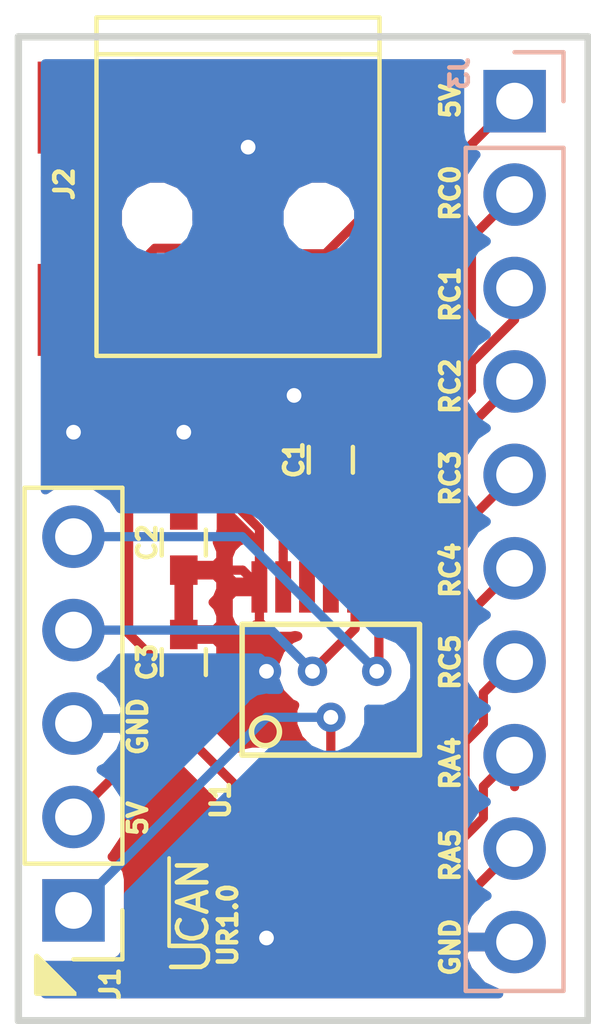
<source format=kicad_pcb>
(kicad_pcb (version 20171130) (host pcbnew "(5.0.0)")

  (general
    (thickness 1.6)
    (drawings 21)
    (tracks 129)
    (zones 0)
    (modules 7)
    (nets 15)
  )

  (page A4)
  (layers
    (0 F.Cu signal)
    (31 B.Cu signal)
    (32 B.Adhes user)
    (33 F.Adhes user)
    (34 B.Paste user)
    (35 F.Paste user)
    (36 B.SilkS user)
    (37 F.SilkS user)
    (38 B.Mask user)
    (39 F.Mask user)
    (40 Dwgs.User user)
    (41 Cmts.User user)
    (42 Eco1.User user)
    (43 Eco2.User user)
    (44 Edge.Cuts user)
    (45 Margin user)
    (46 B.CrtYd user hide)
    (47 F.CrtYd user)
    (48 B.Fab user hide)
    (49 F.Fab user hide)
  )

  (setup
    (last_trace_width 0.25)
    (trace_clearance 0.2)
    (zone_clearance 0.508)
    (zone_45_only no)
    (trace_min 0.2)
    (segment_width 0.12)
    (edge_width 0.15)
    (via_size 0.8)
    (via_drill 0.4)
    (via_min_size 0.4)
    (via_min_drill 0.3)
    (uvia_size 0.3)
    (uvia_drill 0.1)
    (uvias_allowed no)
    (uvia_min_size 0.2)
    (uvia_min_drill 0.1)
    (pcb_text_width 0.3)
    (pcb_text_size 1.5 1.5)
    (mod_edge_width 0.15)
    (mod_text_size 0.5 0.5)
    (mod_text_width 0.125)
    (pad_size 1.7 1.7)
    (pad_drill 1)
    (pad_to_mask_clearance 0.2)
    (aux_axis_origin 246.5 133.25)
    (visible_elements 7FFFFFFF)
    (pcbplotparams
      (layerselection 0x010fc_ffffffff)
      (usegerberextensions true)
      (usegerberattributes false)
      (usegerberadvancedattributes false)
      (creategerberjobfile false)
      (excludeedgelayer true)
      (linewidth 0.100000)
      (plotframeref false)
      (viasonmask false)
      (mode 1)
      (useauxorigin true)
      (hpglpennumber 1)
      (hpglpenspeed 20)
      (hpglpendiameter 15.000000)
      (psnegative false)
      (psa4output false)
      (plotreference true)
      (plotvalue true)
      (plotinvisibletext false)
      (padsonsilk false)
      (subtractmaskfromsilk false)
      (outputformat 1)
      (mirror false)
      (drillshape 0)
      (scaleselection 1)
      (outputdirectory "output/"))
  )

  (net 0 "")
  (net 1 "Net-(C1-Pad1)")
  (net 2 GND)
  (net 3 +5V)
  (net 4 ICSPCLK)
  (net 5 ICSPDAT)
  (net 6 VPP)
  (net 7 "Net-(J2-Pad3)")
  (net 8 "Net-(J2-Pad2)")
  (net 9 RA5)
  (net 10 RA4)
  (net 11 "Net-(J3-Pad6)")
  (net 12 "Net-(J3-Pad5)")
  (net 13 "Net-(J3-Pad7)")
  (net 14 "Net-(J3-Pad4)")

  (net_class Default "This is the default net class."
    (clearance 0.2)
    (trace_width 0.25)
    (via_dia 0.8)
    (via_drill 0.4)
    (uvia_dia 0.3)
    (uvia_drill 0.1)
    (add_net +5V)
    (add_net GND)
    (add_net ICSPCLK)
    (add_net ICSPDAT)
    (add_net "Net-(C1-Pad1)")
    (add_net "Net-(J2-Pad2)")
    (add_net "Net-(J2-Pad3)")
    (add_net "Net-(J3-Pad4)")
    (add_net "Net-(J3-Pad5)")
    (add_net "Net-(J3-Pad6)")
    (add_net "Net-(J3-Pad7)")
    (add_net RA4)
    (add_net RA5)
    (add_net VPP)
  )

  (module Pin_Headers:Pin_Header_Straight_1x10_Pitch2.54mm (layer B.Cu) (tedit 59650532) (tstamp 5BA0AC92)
    (at 260 135 180)
    (descr "Through hole straight pin header, 1x10, 2.54mm pitch, single row")
    (tags "Through hole pin header THT 1x10 2.54mm single row")
    (path /5BA0B28F)
    (fp_text reference J3 (at 1.5 0.75 270) (layer B.SilkS)
      (effects (font (size 0.5 0.5) (thickness 0.125)) (justify mirror))
    )
    (fp_text value Conn_01x10 (at 0 -25.19 180) (layer B.Fab)
      (effects (font (size 0.5 0.5) (thickness 0.125)) (justify mirror))
    )
    (fp_text user %R (at 0 -11.43 90) (layer B.Fab)
      (effects (font (size 0.5 0.5) (thickness 0.125)) (justify mirror))
    )
    (fp_line (start 1.8 1.8) (end -1.8 1.8) (layer B.CrtYd) (width 0.05))
    (fp_line (start 1.8 -24.65) (end 1.8 1.8) (layer B.CrtYd) (width 0.05))
    (fp_line (start -1.8 -24.65) (end 1.8 -24.65) (layer B.CrtYd) (width 0.05))
    (fp_line (start -1.8 1.8) (end -1.8 -24.65) (layer B.CrtYd) (width 0.05))
    (fp_line (start -1.33 1.33) (end 0 1.33) (layer B.SilkS) (width 0.12))
    (fp_line (start -1.33 0) (end -1.33 1.33) (layer B.SilkS) (width 0.12))
    (fp_line (start -1.33 -1.27) (end 1.33 -1.27) (layer B.SilkS) (width 0.12))
    (fp_line (start 1.33 -1.27) (end 1.33 -24.19) (layer B.SilkS) (width 0.12))
    (fp_line (start -1.33 -1.27) (end -1.33 -24.19) (layer B.SilkS) (width 0.12))
    (fp_line (start -1.33 -24.19) (end 1.33 -24.19) (layer B.SilkS) (width 0.12))
    (fp_line (start -1.27 0.635) (end -0.635 1.27) (layer B.Fab) (width 0.1))
    (fp_line (start -1.27 -24.13) (end -1.27 0.635) (layer B.Fab) (width 0.1))
    (fp_line (start 1.27 -24.13) (end -1.27 -24.13) (layer B.Fab) (width 0.1))
    (fp_line (start 1.27 1.27) (end 1.27 -24.13) (layer B.Fab) (width 0.1))
    (fp_line (start -0.635 1.27) (end 1.27 1.27) (layer B.Fab) (width 0.1))
    (pad 10 thru_hole oval (at 0 -22.86 180) (size 1.7 1.7) (drill 1) (layers *.Cu *.Mask)
      (net 2 GND))
    (pad 9 thru_hole oval (at 0 -20.32 180) (size 1.7 1.7) (drill 1) (layers *.Cu *.Mask)
      (net 9 RA5))
    (pad 8 thru_hole oval (at 0 -17.78 180) (size 1.7 1.7) (drill 1) (layers *.Cu *.Mask)
      (net 10 RA4))
    (pad 7 thru_hole oval (at 0 -15.24 180) (size 1.7 1.7) (drill 1) (layers *.Cu *.Mask)
      (net 13 "Net-(J3-Pad7)"))
    (pad 6 thru_hole oval (at 0 -12.7 180) (size 1.7 1.7) (drill 1) (layers *.Cu *.Mask)
      (net 11 "Net-(J3-Pad6)"))
    (pad 5 thru_hole oval (at 0 -10.16 180) (size 1.7 1.7) (drill 1) (layers *.Cu *.Mask)
      (net 12 "Net-(J3-Pad5)"))
    (pad 4 thru_hole oval (at 0 -7.62 180) (size 1.7 1.7) (drill 1) (layers *.Cu *.Mask)
      (net 14 "Net-(J3-Pad4)"))
    (pad 3 thru_hole oval (at 0 -5.08 180) (size 1.7 1.7) (drill 1) (layers *.Cu *.Mask)
      (net 4 ICSPCLK))
    (pad 2 thru_hole oval (at 0 -2.54 180) (size 1.7 1.7) (drill 1) (layers *.Cu *.Mask)
      (net 5 ICSPDAT))
    (pad 1 thru_hole rect (at 0 0 180) (size 1.7 1.7) (drill 1) (layers *.Cu *.Mask)
      (net 3 +5V))
    (model ${KISYS3DMOD}/Pin_Headers.3dshapes/Pin_Header_Straight_1x10_Pitch2.54mm.wrl
      (at (xyz 0 0 0))
      (scale (xyz 1 1 1))
      (rotate (xyz 0 0 0))
    )
  )

  (module Capacitors_SMD:C_0603 (layer F.Cu) (tedit 59958EE7) (tstamp 5BA0B280)
    (at 255 144.75 90)
    (descr "Capacitor SMD 0603, reflow soldering, AVX (see smccp.pdf)")
    (tags "capacitor 0603")
    (path /5BA0A21C)
    (attr smd)
    (fp_text reference C1 (at 0 -1 90) (layer F.SilkS)
      (effects (font (size 0.5 0.5) (thickness 0.125)))
    )
    (fp_text value 0,47u (at 0 1.5 90) (layer F.Fab)
      (effects (font (size 0.5 0.5) (thickness 0.125)))
    )
    (fp_text user %R (at 0 0 90) (layer F.Fab)
      (effects (font (size 0.5 0.5) (thickness 0.125)))
    )
    (fp_line (start -0.8 0.4) (end -0.8 -0.4) (layer F.Fab) (width 0.1))
    (fp_line (start 0.8 0.4) (end -0.8 0.4) (layer F.Fab) (width 0.1))
    (fp_line (start 0.8 -0.4) (end 0.8 0.4) (layer F.Fab) (width 0.1))
    (fp_line (start -0.8 -0.4) (end 0.8 -0.4) (layer F.Fab) (width 0.1))
    (fp_line (start -0.35 -0.6) (end 0.35 -0.6) (layer F.SilkS) (width 0.12))
    (fp_line (start 0.35 0.6) (end -0.35 0.6) (layer F.SilkS) (width 0.12))
    (fp_line (start -1.4 -0.65) (end 1.4 -0.65) (layer F.CrtYd) (width 0.05))
    (fp_line (start -1.4 -0.65) (end -1.4 0.65) (layer F.CrtYd) (width 0.05))
    (fp_line (start 1.4 0.65) (end 1.4 -0.65) (layer F.CrtYd) (width 0.05))
    (fp_line (start 1.4 0.65) (end -1.4 0.65) (layer F.CrtYd) (width 0.05))
    (pad 1 smd rect (at -0.75 0 90) (size 0.8 0.75) (layers F.Cu F.Paste F.Mask)
      (net 1 "Net-(C1-Pad1)"))
    (pad 2 smd rect (at 0.75 0 90) (size 0.8 0.75) (layers F.Cu F.Paste F.Mask)
      (net 2 GND))
    (model Capacitors_SMD.3dshapes/C_0603.wrl
      (at (xyz 0 0 0))
      (scale (xyz 1 1 1))
      (rotate (xyz 0 0 0))
    )
  )

  (module Capacitors_SMD:C_0603 (layer F.Cu) (tedit 59958EE7) (tstamp 5BA0B136)
    (at 251 147 270)
    (descr "Capacitor SMD 0603, reflow soldering, AVX (see smccp.pdf)")
    (tags "capacitor 0603")
    (path /5BA097D7)
    (attr smd)
    (fp_text reference C2 (at 0 1 270) (layer F.SilkS)
      (effects (font (size 0.5 0.5) (thickness 0.125)))
    )
    (fp_text value 1u (at 0 1.5 270) (layer F.Fab)
      (effects (font (size 0.5 0.5) (thickness 0.125)))
    )
    (fp_line (start 1.4 0.65) (end -1.4 0.65) (layer F.CrtYd) (width 0.05))
    (fp_line (start 1.4 0.65) (end 1.4 -0.65) (layer F.CrtYd) (width 0.05))
    (fp_line (start -1.4 -0.65) (end -1.4 0.65) (layer F.CrtYd) (width 0.05))
    (fp_line (start -1.4 -0.65) (end 1.4 -0.65) (layer F.CrtYd) (width 0.05))
    (fp_line (start 0.35 0.6) (end -0.35 0.6) (layer F.SilkS) (width 0.12))
    (fp_line (start -0.35 -0.6) (end 0.35 -0.6) (layer F.SilkS) (width 0.12))
    (fp_line (start -0.8 -0.4) (end 0.8 -0.4) (layer F.Fab) (width 0.1))
    (fp_line (start 0.8 -0.4) (end 0.8 0.4) (layer F.Fab) (width 0.1))
    (fp_line (start 0.8 0.4) (end -0.8 0.4) (layer F.Fab) (width 0.1))
    (fp_line (start -0.8 0.4) (end -0.8 -0.4) (layer F.Fab) (width 0.1))
    (fp_text user %R (at 0 0 270) (layer F.Fab)
      (effects (font (size 0.5 0.5) (thickness 0.125)))
    )
    (pad 2 smd rect (at 0.75 0 270) (size 0.8 0.75) (layers F.Cu F.Paste F.Mask)
      (net 2 GND))
    (pad 1 smd rect (at -0.75 0 270) (size 0.8 0.75) (layers F.Cu F.Paste F.Mask)
      (net 3 +5V))
    (model Capacitors_SMD.3dshapes/C_0603.wrl
      (at (xyz 0 0 0))
      (scale (xyz 1 1 1))
      (rotate (xyz 0 0 0))
    )
  )

  (module Capacitors_SMD:C_0603 (layer F.Cu) (tedit 59958EE7) (tstamp 5BA0B2B0)
    (at 251 150.25 90)
    (descr "Capacitor SMD 0603, reflow soldering, AVX (see smccp.pdf)")
    (tags "capacitor 0603")
    (path /5BA09675)
    (attr smd)
    (fp_text reference C3 (at 0 -1 90) (layer F.SilkS)
      (effects (font (size 0.5 0.5) (thickness 0.125)))
    )
    (fp_text value 100u (at 0 1.5 90) (layer F.Fab)
      (effects (font (size 0.5 0.5) (thickness 0.125)))
    )
    (fp_text user %R (at 0 0 90) (layer F.Fab)
      (effects (font (size 0.5 0.5) (thickness 0.125)))
    )
    (fp_line (start -0.8 0.4) (end -0.8 -0.4) (layer F.Fab) (width 0.1))
    (fp_line (start 0.8 0.4) (end -0.8 0.4) (layer F.Fab) (width 0.1))
    (fp_line (start 0.8 -0.4) (end 0.8 0.4) (layer F.Fab) (width 0.1))
    (fp_line (start -0.8 -0.4) (end 0.8 -0.4) (layer F.Fab) (width 0.1))
    (fp_line (start -0.35 -0.6) (end 0.35 -0.6) (layer F.SilkS) (width 0.12))
    (fp_line (start 0.35 0.6) (end -0.35 0.6) (layer F.SilkS) (width 0.12))
    (fp_line (start -1.4 -0.65) (end 1.4 -0.65) (layer F.CrtYd) (width 0.05))
    (fp_line (start -1.4 -0.65) (end -1.4 0.65) (layer F.CrtYd) (width 0.05))
    (fp_line (start 1.4 0.65) (end 1.4 -0.65) (layer F.CrtYd) (width 0.05))
    (fp_line (start 1.4 0.65) (end -1.4 0.65) (layer F.CrtYd) (width 0.05))
    (pad 1 smd rect (at -0.75 0 90) (size 0.8 0.75) (layers F.Cu F.Paste F.Mask)
      (net 3 +5V))
    (pad 2 smd rect (at 0.75 0 90) (size 0.8 0.75) (layers F.Cu F.Paste F.Mask)
      (net 2 GND))
    (model Capacitors_SMD.3dshapes/C_0603.wrl
      (at (xyz 0 0 0))
      (scale (xyz 1 1 1))
      (rotate (xyz 0 0 0))
    )
  )

  (module ucan_custom:prog_con (layer F.Cu) (tedit 5BA13F27) (tstamp 5BA0B207)
    (at 248 157 180)
    (descr "Through hole straight pin header, 1x05, 2.54mm pitch, single row")
    (tags "Through hole pin header THT 1x05 2.54mm single row")
    (path /5BA09DC9)
    (fp_text reference J1 (at -1 -2 270) (layer F.SilkS)
      (effects (font (size 0.5 0.5) (thickness 0.125)))
    )
    (fp_text value PROG (at 0 12.49 180) (layer F.Fab)
      (effects (font (size 0.5 0.5) (thickness 0.125)))
    )
    (fp_text user %R (at 0 5.08 270) (layer F.Fab)
      (effects (font (size 0.5 0.5) (thickness 0.125)))
    )
    (fp_line (start 1.8 -1.8) (end -1.8 -1.8) (layer F.CrtYd) (width 0.05))
    (fp_line (start 1.8 11.95) (end 1.8 -1.8) (layer F.CrtYd) (width 0.05))
    (fp_line (start -1.8 11.95) (end 1.8 11.95) (layer F.CrtYd) (width 0.05))
    (fp_line (start -1.8 -1.8) (end -1.8 11.95) (layer F.CrtYd) (width 0.05))
    (fp_line (start -1.33 -1.33) (end 0 -1.33) (layer F.SilkS) (width 0.12))
    (fp_line (start -1.33 0) (end -1.33 -1.33) (layer F.SilkS) (width 0.12))
    (fp_line (start -1.33 1.27) (end 1.33 1.27) (layer F.SilkS) (width 0.12))
    (fp_line (start 1.33 1.27) (end 1.33 11.49) (layer F.SilkS) (width 0.12))
    (fp_line (start -1.33 1.27) (end -1.33 11.49) (layer F.SilkS) (width 0.12))
    (fp_line (start -1.33 11.49) (end 1.33 11.49) (layer F.SilkS) (width 0.12))
    (fp_line (start -1.27 -0.635) (end -0.635 -1.27) (layer F.Fab) (width 0.1))
    (fp_line (start -1.27 11.43) (end -1.27 -0.635) (layer F.Fab) (width 0.1))
    (fp_line (start 1.27 11.43) (end -1.27 11.43) (layer F.Fab) (width 0.1))
    (fp_line (start 1.27 -1.27) (end 1.27 11.43) (layer F.Fab) (width 0.1))
    (fp_line (start -0.635 -1.27) (end 1.27 -1.27) (layer F.Fab) (width 0.1))
    (pad 5 thru_hole oval (at 0 10.16 180) (size 1.7 1.7) (drill 1) (layers *.Cu *.Mask)
      (net 4 ICSPCLK))
    (pad 4 thru_hole oval (at 0 7.62 180) (size 1.7 1.7) (drill 1) (layers *.Cu *.Mask)
      (net 5 ICSPDAT))
    (pad 3 thru_hole oval (at 0 5.08 180) (size 1.7 1.7) (drill 1) (layers *.Cu *.Mask)
      (net 2 GND))
    (pad 2 thru_hole oval (at 0 2.54 180) (size 1.7 1.7) (drill 1) (layers *.Cu *.Mask)
      (net 3 +5V))
    (pad 1 thru_hole rect (at 0 0 180) (size 1.7 1.7) (drill 1) (layers *.Cu *.Mask)
      (net 6 VPP))
  )

  (module Connectors:USB_Mini-B (layer F.Cu) (tedit 5543E571) (tstamp 5BA0A005)
    (at 252.475 137.975 270)
    (descr "USB Mini-B 5-pin SMD connector")
    (tags "USB USB_B USB_Mini connector")
    (path /5BA0992C)
    (attr smd)
    (fp_text reference J2 (at -0.725 4.725 90) (layer F.SilkS)
      (effects (font (size 0.5 0.5) (thickness 0.125)))
    )
    (fp_text value USB_A (at -0.65 -7.1 270) (layer F.Fab)
      (effects (font (size 0.5 0.5) (thickness 0.125)))
    )
    (fp_line (start 3.95 -3.85) (end -5.25 -3.85) (layer F.SilkS) (width 0.12))
    (fp_line (start 3.95 3.85) (end 3.95 -3.85) (layer F.SilkS) (width 0.12))
    (fp_line (start -5.25 3.85) (end 3.95 3.85) (layer F.SilkS) (width 0.12))
    (fp_line (start -5.25 -3.85) (end -5.25 3.85) (layer F.SilkS) (width 0.12))
    (fp_line (start -4.25 -3.85) (end -4.25 3.85) (layer F.SilkS) (width 0.12))
    (fp_line (start -5.5 5.7) (end -5.5 -5.7) (layer F.CrtYd) (width 0.05))
    (fp_line (start 4.2 5.7) (end -5.5 5.7) (layer F.CrtYd) (width 0.05))
    (fp_line (start 4.2 -5.7) (end 4.2 5.7) (layer F.CrtYd) (width 0.05))
    (fp_line (start -5.5 -5.7) (end 4.2 -5.7) (layer F.CrtYd) (width 0.05))
    (pad "" np_thru_hole circle (at 0.2 2.2 270) (size 0.9 0.9) (drill 0.9) (layers *.Cu *.Mask))
    (pad "" np_thru_hole circle (at 0.2 -2.2 270) (size 0.9 0.9) (drill 0.9) (layers *.Cu *.Mask))
    (pad 6 smd rect (at -2.8 4.45 270) (size 2.5 2) (layers F.Cu F.Paste F.Mask))
    (pad 6 smd rect (at 2.7 4.45 270) (size 2.5 2) (layers F.Cu F.Paste F.Mask))
    (pad 6 smd rect (at -2.8 -4.45 270) (size 2.5 2) (layers F.Cu F.Paste F.Mask))
    (pad 6 smd rect (at 2.7 -4.45 270) (size 2.5 2) (layers F.Cu F.Paste F.Mask))
    (pad 5 smd rect (at 2.8 1.6 270) (size 2.3 0.5) (layers F.Cu F.Paste F.Mask)
      (net 2 GND))
    (pad 4 smd rect (at 2.8 0.8 270) (size 2.3 0.5) (layers F.Cu F.Paste F.Mask)
      (net 2 GND))
    (pad 3 smd rect (at 2.8 0 270) (size 2.3 0.5) (layers F.Cu F.Paste F.Mask)
      (net 7 "Net-(J2-Pad3)"))
    (pad 2 smd rect (at 2.8 -0.8 270) (size 2.3 0.5) (layers F.Cu F.Paste F.Mask)
      (net 8 "Net-(J2-Pad2)"))
    (pad 1 smd rect (at 2.8 -1.6 270) (size 2.3 0.5) (layers F.Cu F.Paste F.Mask)
      (net 3 +5V))
  )

  (module SMD_Packages:SSOP-14 (layer F.Cu) (tedit 0) (tstamp 5BA0B1C3)
    (at 255 151)
    (path /5BA0930F)
    (attr smd)
    (fp_text reference U1 (at -3 3 90) (layer F.SilkS)
      (effects (font (size 0.5 0.5) (thickness 0.125)))
    )
    (fp_text value "PIC16(L)F1455-I_ST" (at 0 0.508) (layer F.Fab)
      (effects (font (size 0.5 0.5) (thickness 0.125)))
    )
    (fp_circle (center -1.778 1.143) (end -2.159 1.143) (layer F.SilkS) (width 0.15))
    (fp_line (start -2.413 1.778) (end -2.413 -1.778) (layer F.SilkS) (width 0.15))
    (fp_line (start 2.413 1.778) (end -2.413 1.778) (layer F.SilkS) (width 0.15))
    (fp_line (start 2.413 -1.778) (end 2.413 1.778) (layer F.SilkS) (width 0.15))
    (fp_line (start -2.413 -1.778) (end 2.413 -1.778) (layer F.SilkS) (width 0.15))
    (pad 14 smd rect (at -1.9431 -2.794) (size 0.4318 1.397) (layers F.Cu F.Paste F.Mask)
      (net 2 GND))
    (pad 13 smd rect (at -1.2954 -2.794) (size 0.4318 1.397) (layers F.Cu F.Paste F.Mask)
      (net 7 "Net-(J2-Pad3)"))
    (pad 12 smd rect (at -0.6477 -2.794) (size 0.4318 1.397) (layers F.Cu F.Paste F.Mask)
      (net 8 "Net-(J2-Pad2)"))
    (pad 11 smd rect (at 0 -2.794) (size 0.4318 1.397) (layers F.Cu F.Paste F.Mask)
      (net 1 "Net-(C1-Pad1)"))
    (pad 10 smd rect (at 0.6604 -2.794) (size 0.4318 1.397) (layers F.Cu F.Paste F.Mask)
      (net 5 ICSPDAT))
    (pad 9 smd rect (at 1.3081 -2.794) (size 0.4318 1.397) (layers F.Cu F.Paste F.Mask)
      (net 4 ICSPCLK))
    (pad 8 smd rect (at 1.9558 -2.794) (size 0.4318 1.397) (layers F.Cu F.Paste F.Mask)
      (net 14 "Net-(J3-Pad4)"))
    (pad 7 smd rect (at 1.9558 2.794) (size 0.4318 1.397) (layers F.Cu F.Paste F.Mask)
      (net 12 "Net-(J3-Pad5)"))
    (pad 6 smd rect (at 1.3081 2.794) (size 0.4318 1.397) (layers F.Cu F.Paste F.Mask)
      (net 11 "Net-(J3-Pad6)"))
    (pad 5 smd rect (at 0.6604 2.794) (size 0.4318 1.397) (layers F.Cu F.Paste F.Mask)
      (net 13 "Net-(J3-Pad7)"))
    (pad 4 smd rect (at 0 2.794) (size 0.4318 1.397) (layers F.Cu F.Paste F.Mask)
      (net 6 VPP))
    (pad 3 smd rect (at -0.635 2.794) (size 0.4318 1.397) (layers F.Cu F.Paste F.Mask)
      (net 10 RA4))
    (pad 2 smd rect (at -1.2954 2.794) (size 0.4318 1.397) (layers F.Cu F.Paste F.Mask)
      (net 9 RA5))
    (pad 1 smd rect (at -1.9304 2.794) (size 0.4318 1.397) (layers F.Cu F.Paste F.Mask)
      (net 3 +5V))
    (model SMD_Packages.3dshapes/SSOP-14.wrl
      (at (xyz 0 0 0))
      (scale (xyz 0.25 0.35 0.25))
      (rotate (xyz 0 0 0))
    )
  )

  (gr_text U (at 251.2 158.25 90) (layer F.SilkS) (tstamp 5BA0E61E)
    (effects (font (size 1 1) (thickness 0.125)))
  )
  (gr_line (start 250.6 157.975) (end 250.6 155.575) (layer F.SilkS) (width 0.1) (tstamp 5BA0E65B))
  (gr_text UR1.0 (at 252.2 157.4 90) (layer F.SilkS) (tstamp 5BA0E588)
    (effects (font (size 0.5 0.5) (thickness 0.125)))
  )
  (gr_text CAN (at 251.25 156.75 90) (layer F.SilkS) (tstamp 5BA0E5D4)
    (effects (font (size 0.8 0.8) (thickness 0.125)))
  )
  (gr_text 5V (at 249.75 154.5 90) (layer F.SilkS) (tstamp 5BA0BAAD)
    (effects (font (size 0.5 0.5) (thickness 0.125)))
  )
  (gr_text GND (at 249.75 152 90) (layer F.SilkS) (tstamp 5BA0BAA9)
    (effects (font (size 0.5 0.5) (thickness 0.125)))
  )
  (gr_text 5V (at 258.25 135 90) (layer F.SilkS) (tstamp 5BA0BA71)
    (effects (font (size 0.5 0.5) (thickness 0.125)))
  )
  (gr_text RC0 (at 258.25 137.5 90) (layer F.SilkS) (tstamp 5BA0BA6D)
    (effects (font (size 0.5 0.5) (thickness 0.125)))
  )
  (gr_text RC1 (at 258.25 140.25 90) (layer F.SilkS) (tstamp 5BA0BA56)
    (effects (font (size 0.5 0.5) (thickness 0.125)))
  )
  (gr_text RC2 (at 258.25 142.75 90) (layer F.SilkS) (tstamp 5BA0BA3D)
    (effects (font (size 0.5 0.5) (thickness 0.125)))
  )
  (gr_text RC3 (at 258.25 145.25 90) (layer F.SilkS) (tstamp 5BA0BA5F)
    (effects (font (size 0.5 0.5) (thickness 0.125)))
  )
  (gr_text RC4 (at 258.25 147.75 90) (layer F.SilkS) (tstamp 5BA0BA35)
    (effects (font (size 0.5 0.5) (thickness 0.125)))
  )
  (gr_text RC5 (at 258.25 150.25 90) (layer F.SilkS) (tstamp 5BA0BA2E)
    (effects (font (size 0.5 0.5) (thickness 0.125)))
  )
  (gr_text RA4 (at 258.25 153 90) (layer F.SilkS) (tstamp 5BA0BA29)
    (effects (font (size 0.5 0.5) (thickness 0.125)))
  )
  (gr_text RA5 (at 258.25 155.5 90) (layer F.SilkS) (tstamp 5BA0BA22)
    (effects (font (size 0.5 0.5) (thickness 0.125)))
  )
  (gr_text GND (at 258.25 158 90) (layer F.SilkS)
    (effects (font (size 0.5 0.5) (thickness 0.125)))
  )
  (gr_poly (pts (xy 247 159.25) (xy 247 158.25) (xy 248 159.25)) (layer F.SilkS) (width 0.15) (tstamp 5BA0B238))
  (gr_line (start 246.5 133.25) (end 246.5 160) (layer Edge.Cuts) (width 0.2))
  (gr_line (start 262 133.25) (end 246.5 133.25) (layer Edge.Cuts) (width 0.2))
  (gr_line (start 262 160) (end 262 133.25) (layer Edge.Cuts) (width 0.2))
  (gr_line (start 246.5 160) (end 262 160) (layer Edge.Cuts) (width 0.2))

  (segment (start 255 145.5) (end 255 148.206) (width 0.25) (layer F.Cu) (net 1))
  (segment (start 251 149.5) (end 251 149.525) (width 0.25) (layer F.Cu) (net 2) (tstamp 5BA0B19C))
  (segment (start 251 149.5) (end 251 147.75) (width 0.25) (layer F.Cu) (net 2) (tstamp 5BA0B193))
  (segment (start 252.6009 147.75) (end 253.0569 148.206) (width 0.25) (layer F.Cu) (net 2) (tstamp 5BA0B172))
  (segment (start 251 147.75) (end 252.6009 147.75) (width 0.25) (layer F.Cu) (net 2) (tstamp 5BA0B175))
  (via (at 251 144) (size 0.8) (drill 0.4) (layers F.Cu B.Cu) (net 2))
  (segment (start 251 144) (end 251 140.9) (width 0.25) (layer F.Cu) (net 2))
  (segment (start 251 140.9) (end 250.9 140.8) (width 0.25) (layer F.Cu) (net 2))
  (via (at 254 143) (size 0.8) (drill 0.4) (layers F.Cu B.Cu) (net 2))
  (segment (start 255 144) (end 254 143) (width 0.25) (layer F.Cu) (net 2))
  (segment (start 253.0569 149.1545) (end 253.25 149.3476) (width 0.25) (layer F.Cu) (net 2))
  (segment (start 253.0569 148.206) (end 253.0569 149.1545) (width 0.25) (layer F.Cu) (net 2))
  (segment (start 253.25 149.3476) (end 253.25 150.5) (width 0.25) (layer F.Cu) (net 2))
  (via (at 253.25 150.5) (size 0.8) (drill 0.4) (layers F.Cu B.Cu) (net 2))
  (segment (start 251 144) (end 250.434315 144) (width 0.25) (layer B.Cu) (net 2))
  (segment (start 250.434315 144) (end 248 144) (width 0.25) (layer B.Cu) (net 2))
  (via (at 248 144) (size 0.8) (drill 0.4) (layers F.Cu B.Cu) (net 2))
  (segment (start 252 143) (end 251 144) (width 0.25) (layer B.Cu) (net 2))
  (segment (start 254 143) (end 252 143) (width 0.25) (layer B.Cu) (net 2))
  (via (at 253.25 157.75) (size 0.8) (drill 0.4) (layers F.Cu B.Cu) (net 2))
  (segment (start 250.875 140.775) (end 251.675 140.775) (width 0.25) (layer F.Cu) (net 2))
  (segment (start 253.0569 147.2575) (end 253.0569 148.206) (width 0.25) (layer F.Cu) (net 2))
  (segment (start 253.0569 146.622585) (end 253.0569 147.2575) (width 0.25) (layer F.Cu) (net 2))
  (segment (start 251 144) (end 251 144.565685) (width 0.25) (layer F.Cu) (net 2))
  (segment (start 251 144.565685) (end 253.0569 146.622585) (width 0.25) (layer F.Cu) (net 2))
  (via (at 252.75 136.25) (size 0.8) (drill 0.4) (layers F.Cu B.Cu) (net 2) (tstamp 5BA13EC3))
  (segment (start 251 151.65) (end 251 151) (width 0.25) (layer F.Cu) (net 3) (tstamp 5BA0B17B))
  (segment (start 251 152.1903) (end 251 151.65) (width 0.25) (layer F.Cu) (net 3) (tstamp 5BA0B163))
  (segment (start 253.0696 153.794) (end 252.6037 153.794) (width 0.25) (layer F.Cu) (net 3) (tstamp 5BA0B16F))
  (segment (start 252.6037 153.794) (end 251 152.1903) (width 0.25) (layer F.Cu) (net 3) (tstamp 5BA0B1AB))
  (segment (start 248.849999 153.610001) (end 248 154.46) (width 0.25) (layer F.Cu) (net 3) (tstamp 5BA0B1A8))
  (segment (start 251 151) (end 251 151.46) (width 0.25) (layer F.Cu) (net 3) (tstamp 5BA0B15D))
  (segment (start 251 151.46) (end 248.849999 153.610001) (width 0.25) (layer F.Cu) (net 3) (tstamp 5BA0B169))
  (segment (start 251 146.225) (end 249.5 144.725) (width 0.25) (layer F.Cu) (net 3))
  (segment (start 251 146.25) (end 251 146.225) (width 0.25) (layer F.Cu) (net 3))
  (segment (start 249.5 149.475) (end 249.5 144.725) (width 0.25) (layer F.Cu) (net 3))
  (segment (start 251 151) (end 251 150.975) (width 0.25) (layer F.Cu) (net 3))
  (segment (start 251 150.975) (end 249.5 149.475) (width 0.25) (layer F.Cu) (net 3))
  (segment (start 257.25 137.75) (end 260 135) (width 0.25) (layer F.Cu) (net 3))
  (segment (start 256.25 137.75) (end 257.25 137.75) (width 0.25) (layer F.Cu) (net 3))
  (segment (start 249.5 139.714998) (end 250.214998 139) (width 0.25) (layer F.Cu) (net 3))
  (segment (start 249.5 144.725) (end 249.5 139.714998) (width 0.25) (layer F.Cu) (net 3))
  (segment (start 250.214998 139) (end 253.475 139) (width 0.25) (layer F.Cu) (net 3))
  (segment (start 253.475 139) (end 253.625 139.15) (width 0.25) (layer F.Cu) (net 3))
  (segment (start 254.85 139.15) (end 256.25 137.75) (width 0.25) (layer F.Cu) (net 3))
  (segment (start 253.925 139.225) (end 253.925 139.15) (width 0.25) (layer F.Cu) (net 3))
  (segment (start 254.075 139.375) (end 253.925 139.225) (width 0.25) (layer F.Cu) (net 3))
  (segment (start 254.075 140.775) (end 254.075 139.375) (width 0.25) (layer F.Cu) (net 3))
  (segment (start 253.625 139.15) (end 253.925 139.15) (width 0.25) (layer F.Cu) (net 3))
  (segment (start 253.925 139.15) (end 254.85 139.15) (width 0.25) (layer F.Cu) (net 3))
  (segment (start 252.589996 146.84) (end 255.849997 150.100001) (width 0.25) (layer B.Cu) (net 4))
  (via (at 256.249996 150.5) (size 0.8) (drill 0.4) (layers F.Cu B.Cu) (net 4))
  (segment (start 256.3081 148.206) (end 256.3081 150.441896) (width 0.25) (layer F.Cu) (net 4))
  (segment (start 256.3081 150.441896) (end 256.249996 150.5) (width 0.25) (layer F.Cu) (net 4))
  (segment (start 255.849997 150.100001) (end 256.249996 150.5) (width 0.25) (layer B.Cu) (net 4))
  (segment (start 248 146.84) (end 252.589996 146.84) (width 0.25) (layer B.Cu) (net 4))
  (segment (start 256.3081 148.206) (end 256.3081 146.5) (width 0.25) (layer F.Cu) (net 4))
  (segment (start 256.3081 146.5) (end 256.3081 146.3119) (width 0.25) (layer F.Cu) (net 4))
  (segment (start 258.824999 142.111411) (end 260 140.93641) (width 0.25) (layer F.Cu) (net 4))
  (segment (start 260 140.93641) (end 260 140.08) (width 0.25) (layer F.Cu) (net 4))
  (segment (start 258.824999 142.861412) (end 258.824999 142.111411) (width 0.25) (layer F.Cu) (net 4))
  (segment (start 256.3081 145.37831) (end 258.824999 142.861412) (width 0.25) (layer F.Cu) (net 4))
  (segment (start 256.3081 146.5) (end 256.3081 145.37831) (width 0.25) (layer F.Cu) (net 4))
  (segment (start 248 149.38) (end 253.38 149.38) (width 0.25) (layer B.Cu) (net 5))
  (segment (start 255.6604 148.206) (end 255.6604 149.3396) (width 0.25) (layer F.Cu) (net 5))
  (segment (start 255.6604 149.3396) (end 254.899999 150.100001) (width 0.25) (layer F.Cu) (net 5))
  (segment (start 254.100001 150.100001) (end 254.5 150.5) (width 0.25) (layer B.Cu) (net 5))
  (segment (start 253.38 149.38) (end 254.100001 150.100001) (width 0.25) (layer B.Cu) (net 5))
  (segment (start 254.899999 150.100001) (end 254.5 150.5) (width 0.25) (layer F.Cu) (net 5))
  (via (at 254.5 150.5) (size 0.8) (drill 0.4) (layers F.Cu B.Cu) (net 5))
  (segment (start 258.824999 138.715001) (end 259.150001 138.389999) (width 0.25) (layer F.Cu) (net 5))
  (segment (start 258.374989 142.675012) (end 258.37499 141.869598) (width 0.25) (layer F.Cu) (net 5))
  (segment (start 259.150001 138.389999) (end 260 137.54) (width 0.25) (layer F.Cu) (net 5))
  (segment (start 255.858091 145.191909) (end 258.374989 142.675012) (width 0.25) (layer F.Cu) (net 5))
  (segment (start 258.37499 141.869598) (end 258.824999 141.419589) (width 0.25) (layer F.Cu) (net 5))
  (segment (start 255.6604 147.2575) (end 255.858089 147.059811) (width 0.25) (layer F.Cu) (net 5))
  (segment (start 258.824999 141.419589) (end 258.824999 138.715001) (width 0.25) (layer F.Cu) (net 5))
  (segment (start 255.858089 147.059811) (end 255.858091 145.191909) (width 0.25) (layer F.Cu) (net 5))
  (segment (start 255.6604 148.206) (end 255.6604 147.2575) (width 0.25) (layer F.Cu) (net 5))
  (via (at 255 151.75) (size 0.8) (drill 0.4) (layers F.Cu B.Cu) (net 6))
  (segment (start 255 153.794) (end 255 151.75) (width 0.25) (layer F.Cu) (net 6))
  (segment (start 252 153) (end 248 157) (width 0.25) (layer B.Cu) (net 6))
  (segment (start 255 151.75) (end 253.25 151.75) (width 0.25) (layer B.Cu) (net 6))
  (segment (start 253.25 151.75) (end 252 153) (width 0.25) (layer B.Cu) (net 6))
  (segment (start 253.7046 147.2575) (end 253.7046 148.206) (width 0.25) (layer F.Cu) (net 7))
  (segment (start 252.475 145.404274) (end 253.7046 146.633874) (width 0.25) (layer F.Cu) (net 7))
  (segment (start 253.7046 146.633874) (end 253.7046 147.2575) (width 0.25) (layer F.Cu) (net 7))
  (segment (start 252.475 140.775) (end 252.475 145.404274) (width 0.25) (layer F.Cu) (net 7))
  (segment (start 254.3523 146.645164) (end 254.3523 147.2575) (width 0.25) (layer F.Cu) (net 8))
  (segment (start 254.3523 147.2575) (end 254.3523 148.206) (width 0.25) (layer F.Cu) (net 8))
  (segment (start 253.275 145.567864) (end 254.3523 146.645164) (width 0.25) (layer F.Cu) (net 8))
  (segment (start 253.275 140.775) (end 253.275 145.567864) (width 0.25) (layer F.Cu) (net 8))
  (segment (start 258.82 156.5) (end 259.150001 156.169999) (width 0.25) (layer F.Cu) (net 9))
  (segment (start 259.150001 156.169999) (end 260 155.32) (width 0.25) (layer F.Cu) (net 9))
  (segment (start 253.7046 154.74109) (end 255.46351 156.5) (width 0.25) (layer F.Cu) (net 9))
  (segment (start 253.7046 153.794) (end 253.7046 154.74109) (width 0.25) (layer F.Cu) (net 9))
  (segment (start 255.46351 156.5) (end 258.82 156.5) (width 0.25) (layer F.Cu) (net 9))
  (segment (start 260 153.636411) (end 260 152.78) (width 0.25) (layer F.Cu) (net 10))
  (segment (start 257.736389 155.900022) (end 259.150001 154.48641) (width 0.25) (layer F.Cu) (net 10))
  (segment (start 259.150001 154.48641) (end 259.150001 153.629999) (width 0.25) (layer F.Cu) (net 10))
  (segment (start 255.522522 155.900022) (end 257.736389 155.900022) (width 0.25) (layer F.Cu) (net 10))
  (segment (start 259.150001 153.629999) (end 260 152.78) (width 0.25) (layer F.Cu) (net 10))
  (segment (start 254.365 154.7425) (end 255.522522 155.900022) (width 0.25) (layer F.Cu) (net 10))
  (segment (start 254.365 153.794) (end 254.365 154.7425) (width 0.25) (layer F.Cu) (net 10))
  (segment (start 258.200011 154.049191) (end 258.200011 152.2377) (width 0.25) (layer F.Cu) (net 11))
  (segment (start 258.200011 152.2377) (end 258.450011 151.9877) (width 0.25) (layer F.Cu) (net 11))
  (segment (start 259.150001 148.549999) (end 260 147.7) (width 0.25) (layer F.Cu) (net 11))
  (segment (start 258.450011 149.249989) (end 259.150001 148.549999) (width 0.25) (layer F.Cu) (net 11))
  (segment (start 256.5656 155) (end 257.249202 155) (width 0.25) (layer F.Cu) (net 11))
  (segment (start 258.450011 151.9877) (end 258.450011 149.249989) (width 0.25) (layer F.Cu) (net 11))
  (segment (start 256.3081 153.794) (end 256.3081 154.7425) (width 0.25) (layer F.Cu) (net 11))
  (segment (start 257.249202 155) (end 258.200011 154.049191) (width 0.25) (layer F.Cu) (net 11))
  (segment (start 256.3081 154.7425) (end 256.5656 155) (width 0.25) (layer F.Cu) (net 11))
  (segment (start 259.5192 145.16) (end 260 145.16) (width 0.25) (layer F.Cu) (net 12))
  (segment (start 256.9558 153.794) (end 256.9558 152.8455) (width 0.25) (layer F.Cu) (net 12))
  (segment (start 256.9558 152.8455) (end 258 151.8013) (width 0.25) (layer F.Cu) (net 12))
  (segment (start 258 147.16) (end 260 145.16) (width 0.25) (layer F.Cu) (net 12))
  (segment (start 258 151.8013) (end 258 147.16) (width 0.25) (layer F.Cu) (net 12))
  (segment (start 255.6604 153.794) (end 255.6604 154.7425) (width 0.25) (layer F.Cu) (net 13))
  (segment (start 255.6604 154.7425) (end 256.367911 155.450011) (width 0.25) (layer F.Cu) (net 13))
  (segment (start 257.435602 155.450011) (end 258.650022 154.235591) (width 0.25) (layer F.Cu) (net 13))
  (segment (start 258.650022 152.4241) (end 259.150001 151.924121) (width 0.25) (layer F.Cu) (net 13))
  (segment (start 259.150001 151.089999) (end 260 150.24) (width 0.25) (layer F.Cu) (net 13))
  (segment (start 259.150001 151.924121) (end 259.150001 151.089999) (width 0.25) (layer F.Cu) (net 13))
  (segment (start 258.650022 154.235591) (end 258.650022 152.4241) (width 0.25) (layer F.Cu) (net 13))
  (segment (start 256.367911 155.450011) (end 257.435602 155.450011) (width 0.25) (layer F.Cu) (net 13))
  (segment (start 256.9558 148.206) (end 256.9558 147.7234) (width 0.25) (layer F.Cu) (net 14))
  (segment (start 256.9558 145.6642) (end 260 142.62) (width 0.25) (layer F.Cu) (net 14))
  (segment (start 256.9558 148.206) (end 256.9558 145.6642) (width 0.25) (layer F.Cu) (net 14))

  (zone (net 2) (net_name GND) (layer F.Cu) (tstamp 5BA1430A) (hatch edge 0.508)
    (connect_pads (clearance 0.508))
    (min_thickness 0.254)
    (fill yes (arc_segments 16) (thermal_gap 0.508) (thermal_bridge_width 0.508))
    (polygon
      (pts
        (xy 246 132.25) (xy 262 132.25) (xy 262 159.75) (xy 246 159.75)
      )
    )
    (filled_polygon
      (pts
        (xy 252.013373 154.278476) (xy 252.055771 154.341929) (xy 252.119224 154.384327) (xy 252.119226 154.384329) (xy 252.20626 154.442483)
        (xy 252.20626 154.4925) (xy 252.255543 154.740265) (xy 252.395891 154.950309) (xy 252.605935 155.090657) (xy 252.8537 155.13994)
        (xy 253.05706 155.13994) (xy 253.066104 155.153474) (xy 253.156672 155.289019) (xy 253.220128 155.331419) (xy 254.873183 156.984476)
        (xy 254.915581 157.047929) (xy 254.979034 157.090327) (xy 254.979036 157.090329) (xy 255.104412 157.174102) (xy 255.166973 157.215904)
        (xy 255.388658 157.26) (xy 255.388662 157.26) (xy 255.463509 157.274888) (xy 255.538356 157.26) (xy 258.659217 157.26)
        (xy 258.558524 157.50311) (xy 258.679845 157.733) (xy 259.873 157.733) (xy 259.873 157.713) (xy 260.127 157.713)
        (xy 260.127 157.733) (xy 260.147 157.733) (xy 260.147 157.987) (xy 260.127 157.987) (xy 260.127 158.007)
        (xy 259.873 158.007) (xy 259.873 157.987) (xy 258.679845 157.987) (xy 258.558524 158.21689) (xy 258.728355 158.626924)
        (xy 259.118642 159.055183) (xy 259.565416 159.265) (xy 247.235 159.265) (xy 247.235 158.49744) (xy 248.85 158.49744)
        (xy 249.097765 158.448157) (xy 249.307809 158.307809) (xy 249.448157 158.097765) (xy 249.49744 157.85) (xy 249.49744 156.15)
        (xy 249.448157 155.902235) (xy 249.307809 155.692191) (xy 249.097765 155.551843) (xy 249.052381 155.542816) (xy 249.070625 155.530625)
        (xy 249.398839 155.039418) (xy 249.514092 154.46) (xy 249.441209 154.093592) (xy 250.63485 152.899951)
      )
    )
    (filled_polygon
      (pts
        (xy 252.929898 146.933974) (xy 252.929898 147.012198) (xy 252.7902 146.8725) (xy 252.714691 146.8725) (xy 252.481302 146.969173)
        (xy 252.302673 147.147801) (xy 252.206 147.38119) (xy 252.206 147.92025) (xy 252.36475 148.079) (xy 252.84126 148.079)
        (xy 252.84126 148.333) (xy 252.36475 148.333) (xy 252.206 148.49175) (xy 252.206 149.03081) (xy 252.302673 149.264199)
        (xy 252.481302 149.442827) (xy 252.714691 149.5395) (xy 252.7902 149.5395) (xy 252.94895 149.38075) (xy 252.94895 149.239677)
        (xy 253.030891 149.362309) (xy 253.240935 149.502657) (xy 253.298135 149.514035) (xy 253.3236 149.5395) (xy 253.399109 149.5395)
        (xy 253.407885 149.535865) (xy 253.4887 149.55194) (xy 253.9205 149.55194) (xy 254.02845 149.530468) (xy 254.101158 149.54493)
        (xy 253.91372 149.622569) (xy 253.622569 149.91372) (xy 253.465 150.294126) (xy 253.465 150.705874) (xy 253.622569 151.08628)
        (xy 253.91372 151.377431) (xy 254.016426 151.419973) (xy 253.965 151.544126) (xy 253.965 151.955874) (xy 254.122569 152.33628)
        (xy 254.234349 152.44806) (xy 254.1491 152.44806) (xy 254.0348 152.470795) (xy 253.9205 152.44806) (xy 253.4887 152.44806)
        (xy 253.3871 152.468269) (xy 253.2855 152.44806) (xy 252.8537 152.44806) (xy 252.605935 152.497343) (xy 252.471603 152.587101)
        (xy 251.778559 151.894058) (xy 251.832809 151.857809) (xy 251.973157 151.647765) (xy 252.02244 151.4) (xy 252.02244 150.6)
        (xy 251.973157 150.352235) (xy 251.912127 150.260898) (xy 251.913327 150.259698) (xy 252.01 150.026309) (xy 252.01 149.78575)
        (xy 251.85125 149.627) (xy 251.127 149.627) (xy 251.127 149.647) (xy 250.873 149.647) (xy 250.873 149.627)
        (xy 250.853 149.627) (xy 250.853 149.373) (xy 250.873 149.373) (xy 250.873 147.877) (xy 251.127 147.877)
        (xy 251.127 149.373) (xy 251.85125 149.373) (xy 252.01 149.21425) (xy 252.01 148.973691) (xy 251.913327 148.740302)
        (xy 251.798026 148.625) (xy 251.913327 148.509698) (xy 252.01 148.276309) (xy 252.01 148.03575) (xy 251.85125 147.877)
        (xy 251.127 147.877) (xy 250.873 147.877) (xy 250.853 147.877) (xy 250.853 147.623) (xy 250.873 147.623)
        (xy 250.873 147.603) (xy 251.127 147.603) (xy 251.127 147.623) (xy 251.85125 147.623) (xy 252.01 147.46425)
        (xy 252.01 147.223691) (xy 251.913327 146.990302) (xy 251.912127 146.989102) (xy 251.973157 146.897765) (xy 252.02244 146.65)
        (xy 252.02244 146.026515)
      )
    )
    (filled_polygon
      (pts
        (xy 248.127 151.793) (xy 248.147 151.793) (xy 248.147 152.047) (xy 248.127 152.047) (xy 248.127 152.067)
        (xy 247.873 152.067) (xy 247.873 152.047) (xy 247.853 152.047) (xy 247.853 151.793) (xy 247.873 151.793)
        (xy 247.873 151.773) (xy 248.127 151.773)
      )
    )
    (filled_polygon
      (pts
        (xy 248.74 144.650153) (xy 248.725112 144.725) (xy 248.74 144.799847) (xy 248.74 144.799851) (xy 248.740001 144.799856)
        (xy 248.740001 145.548459) (xy 248.579418 145.441161) (xy 248.146256 145.355) (xy 247.853744 145.355) (xy 247.420582 145.441161)
        (xy 247.235 145.565163) (xy 247.235 142.57244) (xy 248.74 142.57244)
      )
    )
    (filled_polygon
      (pts
        (xy 250.94875 140.648) (xy 251.022 140.648) (xy 251.022 140.902) (xy 250.94875 140.902) (xy 250.79 141.06075)
        (xy 250.79 142.051309) (xy 250.886673 142.284698) (xy 251 142.398026) (xy 251 142.40125) (xy 251.15875 142.56)
        (xy 251.25131 142.56) (xy 251.275 142.550187) (xy 251.29869 142.56) (xy 251.39125 142.56) (xy 251.55 142.40125)
        (xy 251.55 142.398026) (xy 251.663327 142.284698) (xy 251.677987 142.249306) (xy 251.715 142.304701) (xy 251.715001 145.313474)
        (xy 251.622765 145.251843) (xy 251.375 145.20256) (xy 251.052362 145.20256) (xy 250.26 144.410199) (xy 250.26 142.458026)
        (xy 250.265301 142.463327) (xy 250.49869 142.56) (xy 250.59125 142.56) (xy 250.75 142.40125) (xy 250.75 140.902)
        (xy 250.728 140.902) (xy 250.728 140.648) (xy 250.75 140.648) (xy 250.75 140.628) (xy 250.92875 140.628)
      )
    )
    (filled_polygon
      (pts
        (xy 255.27756 141.925) (xy 255.326843 142.172765) (xy 255.467191 142.382809) (xy 255.677235 142.523157) (xy 255.925 142.57244)
        (xy 257.402759 142.57244) (xy 256.01 143.965199) (xy 256.01 143.872998) (xy 255.851252 143.872998) (xy 256.01 143.71425)
        (xy 256.01 143.473691) (xy 255.913327 143.240302) (xy 255.734699 143.061673) (xy 255.50131 142.965) (xy 255.28575 142.965)
        (xy 255.127 143.12375) (xy 255.127 143.873) (xy 255.147 143.873) (xy 255.147 144.127) (xy 255.127 144.127)
        (xy 255.127 144.147) (xy 254.873 144.147) (xy 254.873 144.127) (xy 254.853 144.127) (xy 254.853 143.873)
        (xy 254.873 143.873) (xy 254.873 143.12375) (xy 254.71425 142.965) (xy 254.49869 142.965) (xy 254.265301 143.061673)
        (xy 254.086673 143.240302) (xy 254.035 143.365052) (xy 254.035 142.57244) (xy 254.325 142.57244) (xy 254.572765 142.523157)
        (xy 254.782809 142.382809) (xy 254.923157 142.172765) (xy 254.97244 141.925) (xy 254.97244 139.900534) (xy 255.146537 139.865904)
        (xy 255.27756 139.778357)
      )
    )
    (filled_polygon
      (pts
        (xy 255.27756 136.425) (xy 255.326843 136.672765) (xy 255.467191 136.882809) (xy 255.677235 137.023157) (xy 255.902712 137.068007)
        (xy 255.702071 137.202071) (xy 255.659671 137.265527) (xy 255.47981 137.445389) (xy 255.289603 137.255182) (xy 254.89082 137.09)
        (xy 254.45918 137.09) (xy 254.060397 137.255182) (xy 253.755182 137.560397) (xy 253.59 137.95918) (xy 253.59 138.247986)
        (xy 253.549852 138.24) (xy 253.549847 138.24) (xy 253.475 138.225112) (xy 253.400153 138.24) (xy 251.36 138.24)
        (xy 251.36 137.95918) (xy 251.194818 137.560397) (xy 250.889603 137.255182) (xy 250.49082 137.09) (xy 250.05918 137.09)
        (xy 249.660397 137.255182) (xy 249.355182 137.560397) (xy 249.19 137.95918) (xy 249.19 138.39082) (xy 249.353838 138.786358)
        (xy 249.297096 138.843101) (xy 249.272765 138.826843) (xy 249.025 138.77756) (xy 247.235 138.77756) (xy 247.235 137.07244)
        (xy 249.025 137.07244) (xy 249.272765 137.023157) (xy 249.482809 136.882809) (xy 249.623157 136.672765) (xy 249.67244 136.425)
        (xy 249.67244 133.985) (xy 255.27756 133.985)
      )
    )
  )
  (zone (net 2) (net_name GND) (layer B.Cu) (tstamp 5BA14307) (hatch edge 0.508)
    (connect_pads (clearance 0.508))
    (min_thickness 0.254)
    (fill yes (arc_segments 16) (thermal_gap 0.508) (thermal_bridge_width 0.508))
    (polygon
      (pts
        (xy 246 132.25) (xy 262 132.25) (xy 262 159.75) (xy 246 159.75)
      )
    )
    (filled_polygon
      (pts
        (xy 258.50256 134.15) (xy 258.50256 135.85) (xy 258.551843 136.097765) (xy 258.692191 136.307809) (xy 258.902235 136.448157)
        (xy 258.947619 136.457184) (xy 258.929375 136.469375) (xy 258.601161 136.960582) (xy 258.485908 137.54) (xy 258.601161 138.119418)
        (xy 258.929375 138.610625) (xy 259.227761 138.81) (xy 258.929375 139.009375) (xy 258.601161 139.500582) (xy 258.485908 140.08)
        (xy 258.601161 140.659418) (xy 258.929375 141.150625) (xy 259.227761 141.35) (xy 258.929375 141.549375) (xy 258.601161 142.040582)
        (xy 258.485908 142.62) (xy 258.601161 143.199418) (xy 258.929375 143.690625) (xy 259.227761 143.89) (xy 258.929375 144.089375)
        (xy 258.601161 144.580582) (xy 258.485908 145.16) (xy 258.601161 145.739418) (xy 258.929375 146.230625) (xy 259.227761 146.43)
        (xy 258.929375 146.629375) (xy 258.601161 147.120582) (xy 258.485908 147.7) (xy 258.601161 148.279418) (xy 258.929375 148.770625)
        (xy 259.227761 148.97) (xy 258.929375 149.169375) (xy 258.601161 149.660582) (xy 258.485908 150.24) (xy 258.601161 150.819418)
        (xy 258.929375 151.310625) (xy 259.227761 151.51) (xy 258.929375 151.709375) (xy 258.601161 152.200582) (xy 258.485908 152.78)
        (xy 258.601161 153.359418) (xy 258.929375 153.850625) (xy 259.227761 154.05) (xy 258.929375 154.249375) (xy 258.601161 154.740582)
        (xy 258.485908 155.32) (xy 258.601161 155.899418) (xy 258.929375 156.390625) (xy 259.248478 156.603843) (xy 259.118642 156.664817)
        (xy 258.728355 157.093076) (xy 258.558524 157.50311) (xy 258.679845 157.733) (xy 259.873 157.733) (xy 259.873 157.713)
        (xy 260.127 157.713) (xy 260.127 157.733) (xy 260.147 157.733) (xy 260.147 157.987) (xy 260.127 157.987)
        (xy 260.127 158.007) (xy 259.873 158.007) (xy 259.873 157.987) (xy 258.679845 157.987) (xy 258.558524 158.21689)
        (xy 258.728355 158.626924) (xy 259.118642 159.055183) (xy 259.565416 159.265) (xy 247.235 159.265) (xy 247.235 158.49744)
        (xy 248.85 158.49744) (xy 249.097765 158.448157) (xy 249.307809 158.307809) (xy 249.448157 158.097765) (xy 249.49744 157.85)
        (xy 249.49744 156.577361) (xy 252.590329 153.484473) (xy 252.590331 153.48447) (xy 253.564802 152.51) (xy 254.296289 152.51)
        (xy 254.41372 152.627431) (xy 254.794126 152.785) (xy 255.205874 152.785) (xy 255.58628 152.627431) (xy 255.877431 152.33628)
        (xy 256.035 151.955874) (xy 256.035 151.544126) (xy 256.028548 151.528549) (xy 256.044122 151.535) (xy 256.45587 151.535)
        (xy 256.836276 151.377431) (xy 257.127427 151.08628) (xy 257.284996 150.705874) (xy 257.284996 150.294126) (xy 257.127427 149.91372)
        (xy 256.836276 149.622569) (xy 256.45587 149.465) (xy 256.289798 149.465) (xy 253.180327 146.35553) (xy 253.137925 146.292071)
        (xy 252.886533 146.124096) (xy 252.664848 146.08) (xy 252.664843 146.08) (xy 252.589996 146.065112) (xy 252.515149 146.08)
        (xy 249.278178 146.08) (xy 249.070625 145.769375) (xy 248.579418 145.441161) (xy 248.146256 145.355) (xy 247.853744 145.355)
        (xy 247.420582 145.441161) (xy 247.235 145.565163) (xy 247.235 137.95918) (xy 249.19 137.95918) (xy 249.19 138.39082)
        (xy 249.355182 138.789603) (xy 249.660397 139.094818) (xy 250.05918 139.26) (xy 250.49082 139.26) (xy 250.889603 139.094818)
        (xy 251.194818 138.789603) (xy 251.36 138.39082) (xy 251.36 137.95918) (xy 253.59 137.95918) (xy 253.59 138.39082)
        (xy 253.755182 138.789603) (xy 254.060397 139.094818) (xy 254.45918 139.26) (xy 254.89082 139.26) (xy 255.289603 139.094818)
        (xy 255.594818 138.789603) (xy 255.76 138.39082) (xy 255.76 137.95918) (xy 255.594818 137.560397) (xy 255.289603 137.255182)
        (xy 254.89082 137.09) (xy 254.45918 137.09) (xy 254.060397 137.255182) (xy 253.755182 137.560397) (xy 253.59 137.95918)
        (xy 251.36 137.95918) (xy 251.194818 137.560397) (xy 250.889603 137.255182) (xy 250.49082 137.09) (xy 250.05918 137.09)
        (xy 249.660397 137.255182) (xy 249.355182 137.560397) (xy 249.19 137.95918) (xy 247.235 137.95918) (xy 247.235 133.985)
        (xy 258.53538 133.985)
      )
    )
    (filled_polygon
      (pts
        (xy 253.465 150.539802) (xy 253.465 150.705874) (xy 253.582689 150.99) (xy 253.324847 150.99) (xy 253.25 150.975112)
        (xy 253.175153 150.99) (xy 253.175148 150.99) (xy 252.953463 151.034096) (xy 252.702071 151.202071) (xy 252.659671 151.265527)
        (xy 251.51553 152.409669) (xy 251.515527 152.409671) (xy 249.50598 154.419218) (xy 249.398839 153.880582) (xy 249.070625 153.389375)
        (xy 248.751522 153.176157) (xy 248.881358 153.115183) (xy 249.271645 152.686924) (xy 249.441476 152.27689) (xy 249.320155 152.047)
        (xy 248.127 152.047) (xy 248.127 152.067) (xy 247.873 152.067) (xy 247.873 152.047) (xy 247.853 152.047)
        (xy 247.853 151.793) (xy 247.873 151.793) (xy 247.873 151.773) (xy 248.127 151.773) (xy 248.127 151.793)
        (xy 249.320155 151.793) (xy 249.441476 151.56311) (xy 249.271645 151.153076) (xy 248.881358 150.724817) (xy 248.751522 150.663843)
        (xy 249.070625 150.450625) (xy 249.278178 150.14) (xy 253.065199 150.14)
      )
    )
  )
)

</source>
